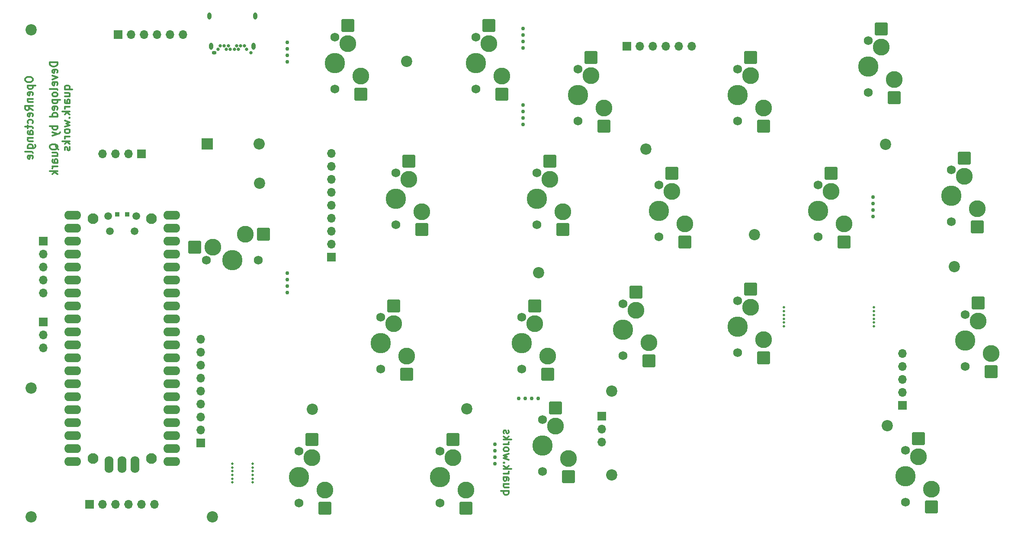
<source format=gbr>
%TF.GenerationSoftware,KiCad,Pcbnew,(6.0.7)*%
%TF.CreationDate,2023-01-06T18:10:21-06:00*%
%TF.ProjectId,OpenRectangle,4f70656e-5265-4637-9461-6e676c652e6b,rev?*%
%TF.SameCoordinates,Original*%
%TF.FileFunction,Soldermask,Bot*%
%TF.FilePolarity,Negative*%
%FSLAX46Y46*%
G04 Gerber Fmt 4.6, Leading zero omitted, Abs format (unit mm)*
G04 Created by KiCad (PCBNEW (6.0.7)) date 2023-01-06 18:10:21*
%MOMM*%
%LPD*%
G01*
G04 APERTURE LIST*
G04 Aperture macros list*
%AMRoundRect*
0 Rectangle with rounded corners*
0 $1 Rounding radius*
0 $2 $3 $4 $5 $6 $7 $8 $9 X,Y pos of 4 corners*
0 Add a 4 corners polygon primitive as box body*
4,1,4,$2,$3,$4,$5,$6,$7,$8,$9,$2,$3,0*
0 Add four circle primitives for the rounded corners*
1,1,$1+$1,$2,$3*
1,1,$1+$1,$4,$5*
1,1,$1+$1,$6,$7*
1,1,$1+$1,$8,$9*
0 Add four rect primitives between the rounded corners*
20,1,$1+$1,$2,$3,$4,$5,0*
20,1,$1+$1,$4,$5,$6,$7,0*
20,1,$1+$1,$6,$7,$8,$9,0*
20,1,$1+$1,$8,$9,$2,$3,0*%
G04 Aperture macros list end*
%ADD10C,0.300000*%
%ADD11C,0.500000*%
%ADD12C,0.750000*%
%ADD13C,2.200000*%
%ADD14R,1.700000X1.700000*%
%ADD15O,1.700000X1.700000*%
%ADD16C,2.100000*%
%ADD17C,1.500000*%
%ADD18O,3.327000X1.727000*%
%ADD19O,1.727000X3.327000*%
%ADD20RoundRect,0.063500X-0.400000X-0.400000X0.400000X-0.400000X0.400000X0.400000X-0.400000X0.400000X0*%
%ADD21R,2.200000X2.200000*%
%ADD22O,2.200000X2.200000*%
%ADD23C,0.650000*%
%ADD24O,0.950000X0.650000*%
%ADD25O,0.800000X1.400000*%
%ADD26C,1.750000*%
%ADD27C,3.987800*%
%ADD28C,3.300000*%
%ADD29RoundRect,0.250000X1.000000X-1.025000X1.000000X1.025000X-1.000000X1.025000X-1.000000X-1.025000X0*%
%ADD30RoundRect,0.250000X1.025000X1.000000X-1.025000X1.000000X-1.025000X-1.000000X1.025000X-1.000000X0*%
G04 APERTURE END LIST*
D10*
X252641428Y-119607142D02*
X251141428Y-119607142D01*
X251712857Y-119607142D02*
X251641428Y-119750000D01*
X251641428Y-120035714D01*
X251712857Y-120178571D01*
X251784285Y-120250000D01*
X251927142Y-120321428D01*
X252355714Y-120321428D01*
X252498571Y-120250000D01*
X252570000Y-120178571D01*
X252641428Y-120035714D01*
X252641428Y-119750000D01*
X252570000Y-119607142D01*
X252641428Y-118250000D02*
X251641428Y-118250000D01*
X252641428Y-118892857D02*
X251855714Y-118892857D01*
X251712857Y-118821428D01*
X251641428Y-118678571D01*
X251641428Y-118464285D01*
X251712857Y-118321428D01*
X251784285Y-118250000D01*
X251641428Y-116892857D02*
X252427142Y-116892857D01*
X252570000Y-116964285D01*
X252641428Y-117107142D01*
X252641428Y-117392857D01*
X252570000Y-117535714D01*
X251712857Y-116892857D02*
X251641428Y-117035714D01*
X251641428Y-117392857D01*
X251712857Y-117535714D01*
X251855714Y-117607142D01*
X251998571Y-117607142D01*
X252141428Y-117535714D01*
X252212857Y-117392857D01*
X252212857Y-117035714D01*
X252284285Y-116892857D01*
X251641428Y-116178571D02*
X252641428Y-116178571D01*
X252355714Y-116178571D02*
X252498571Y-116107142D01*
X252570000Y-116035714D01*
X252641428Y-115892857D01*
X252641428Y-115750000D01*
X251641428Y-115250000D02*
X253141428Y-115250000D01*
X252212857Y-115107142D02*
X251641428Y-114678571D01*
X252641428Y-114678571D02*
X252070000Y-115250000D01*
X251784285Y-114035714D02*
X251712857Y-113964285D01*
X251641428Y-114035714D01*
X251712857Y-114107142D01*
X251784285Y-114035714D01*
X251641428Y-114035714D01*
X252641428Y-113464285D02*
X251641428Y-113178571D01*
X252355714Y-112892857D01*
X251641428Y-112607142D01*
X252641428Y-112321428D01*
X251641428Y-111535714D02*
X251712857Y-111678571D01*
X251784285Y-111750000D01*
X251927142Y-111821428D01*
X252355714Y-111821428D01*
X252498571Y-111750000D01*
X252570000Y-111678571D01*
X252641428Y-111535714D01*
X252641428Y-111321428D01*
X252570000Y-111178571D01*
X252498571Y-111107142D01*
X252355714Y-111035714D01*
X251927142Y-111035714D01*
X251784285Y-111107142D01*
X251712857Y-111178571D01*
X251641428Y-111321428D01*
X251641428Y-111535714D01*
X251641428Y-110392857D02*
X252641428Y-110392857D01*
X252355714Y-110392857D02*
X252498571Y-110321428D01*
X252570000Y-110250000D01*
X252641428Y-110107142D01*
X252641428Y-109964285D01*
X251641428Y-109464285D02*
X253141428Y-109464285D01*
X252212857Y-109321428D02*
X251641428Y-108892857D01*
X252641428Y-108892857D02*
X252070000Y-109464285D01*
X251712857Y-108321428D02*
X251641428Y-108178571D01*
X251641428Y-107892857D01*
X251712857Y-107750000D01*
X251855714Y-107678571D01*
X251927142Y-107678571D01*
X252070000Y-107750000D01*
X252141428Y-107892857D01*
X252141428Y-108107142D01*
X252212857Y-108250000D01*
X252355714Y-108321428D01*
X252427142Y-108321428D01*
X252570000Y-108250000D01*
X252641428Y-108107142D01*
X252641428Y-107892857D01*
X252570000Y-107750000D01*
X158026071Y-38831428D02*
X158026071Y-39117142D01*
X158097500Y-39260000D01*
X158240357Y-39402857D01*
X158526071Y-39474285D01*
X159026071Y-39474285D01*
X159311785Y-39402857D01*
X159454642Y-39260000D01*
X159526071Y-39117142D01*
X159526071Y-38831428D01*
X159454642Y-38688571D01*
X159311785Y-38545714D01*
X159026071Y-38474285D01*
X158526071Y-38474285D01*
X158240357Y-38545714D01*
X158097500Y-38688571D01*
X158026071Y-38831428D01*
X158526071Y-40117142D02*
X160026071Y-40117142D01*
X158597500Y-40117142D02*
X158526071Y-40260000D01*
X158526071Y-40545714D01*
X158597500Y-40688571D01*
X158668928Y-40760000D01*
X158811785Y-40831428D01*
X159240357Y-40831428D01*
X159383214Y-40760000D01*
X159454642Y-40688571D01*
X159526071Y-40545714D01*
X159526071Y-40260000D01*
X159454642Y-40117142D01*
X159454642Y-42045714D02*
X159526071Y-41902857D01*
X159526071Y-41617142D01*
X159454642Y-41474285D01*
X159311785Y-41402857D01*
X158740357Y-41402857D01*
X158597500Y-41474285D01*
X158526071Y-41617142D01*
X158526071Y-41902857D01*
X158597500Y-42045714D01*
X158740357Y-42117142D01*
X158883214Y-42117142D01*
X159026071Y-41402857D01*
X158526071Y-42760000D02*
X159526071Y-42760000D01*
X158668928Y-42760000D02*
X158597500Y-42831428D01*
X158526071Y-42974285D01*
X158526071Y-43188571D01*
X158597500Y-43331428D01*
X158740357Y-43402857D01*
X159526071Y-43402857D01*
X159526071Y-44974285D02*
X158811785Y-44474285D01*
X159526071Y-44117142D02*
X158026071Y-44117142D01*
X158026071Y-44688571D01*
X158097500Y-44831428D01*
X158168928Y-44902857D01*
X158311785Y-44974285D01*
X158526071Y-44974285D01*
X158668928Y-44902857D01*
X158740357Y-44831428D01*
X158811785Y-44688571D01*
X158811785Y-44117142D01*
X159454642Y-46188571D02*
X159526071Y-46045714D01*
X159526071Y-45760000D01*
X159454642Y-45617142D01*
X159311785Y-45545714D01*
X158740357Y-45545714D01*
X158597500Y-45617142D01*
X158526071Y-45760000D01*
X158526071Y-46045714D01*
X158597500Y-46188571D01*
X158740357Y-46260000D01*
X158883214Y-46260000D01*
X159026071Y-45545714D01*
X159454642Y-47545714D02*
X159526071Y-47402857D01*
X159526071Y-47117142D01*
X159454642Y-46974285D01*
X159383214Y-46902857D01*
X159240357Y-46831428D01*
X158811785Y-46831428D01*
X158668928Y-46902857D01*
X158597500Y-46974285D01*
X158526071Y-47117142D01*
X158526071Y-47402857D01*
X158597500Y-47545714D01*
X158526071Y-47974285D02*
X158526071Y-48545714D01*
X158026071Y-48188571D02*
X159311785Y-48188571D01*
X159454642Y-48260000D01*
X159526071Y-48402857D01*
X159526071Y-48545714D01*
X159526071Y-49688571D02*
X158740357Y-49688571D01*
X158597500Y-49617142D01*
X158526071Y-49474285D01*
X158526071Y-49188571D01*
X158597500Y-49045714D01*
X159454642Y-49688571D02*
X159526071Y-49545714D01*
X159526071Y-49188571D01*
X159454642Y-49045714D01*
X159311785Y-48974285D01*
X159168928Y-48974285D01*
X159026071Y-49045714D01*
X158954642Y-49188571D01*
X158954642Y-49545714D01*
X158883214Y-49688571D01*
X158526071Y-50402857D02*
X159526071Y-50402857D01*
X158668928Y-50402857D02*
X158597500Y-50474285D01*
X158526071Y-50617142D01*
X158526071Y-50831428D01*
X158597500Y-50974285D01*
X158740357Y-51045714D01*
X159526071Y-51045714D01*
X158526071Y-52402857D02*
X159740357Y-52402857D01*
X159883214Y-52331428D01*
X159954642Y-52260000D01*
X160026071Y-52117142D01*
X160026071Y-51902857D01*
X159954642Y-51760000D01*
X159454642Y-52402857D02*
X159526071Y-52260000D01*
X159526071Y-51974285D01*
X159454642Y-51831428D01*
X159383214Y-51760000D01*
X159240357Y-51688571D01*
X158811785Y-51688571D01*
X158668928Y-51760000D01*
X158597500Y-51831428D01*
X158526071Y-51974285D01*
X158526071Y-52260000D01*
X158597500Y-52402857D01*
X159526071Y-53331428D02*
X159454642Y-53188571D01*
X159311785Y-53117142D01*
X158026071Y-53117142D01*
X159454642Y-54474285D02*
X159526071Y-54331428D01*
X159526071Y-54045714D01*
X159454642Y-53902857D01*
X159311785Y-53831428D01*
X158740357Y-53831428D01*
X158597500Y-53902857D01*
X158526071Y-54045714D01*
X158526071Y-54331428D01*
X158597500Y-54474285D01*
X158740357Y-54545714D01*
X158883214Y-54545714D01*
X159026071Y-53831428D01*
X164356071Y-35581428D02*
X162856071Y-35581428D01*
X162856071Y-35938571D01*
X162927500Y-36152857D01*
X163070357Y-36295714D01*
X163213214Y-36367142D01*
X163498928Y-36438571D01*
X163713214Y-36438571D01*
X163998928Y-36367142D01*
X164141785Y-36295714D01*
X164284642Y-36152857D01*
X164356071Y-35938571D01*
X164356071Y-35581428D01*
X164284642Y-37652857D02*
X164356071Y-37510000D01*
X164356071Y-37224285D01*
X164284642Y-37081428D01*
X164141785Y-37010000D01*
X163570357Y-37010000D01*
X163427500Y-37081428D01*
X163356071Y-37224285D01*
X163356071Y-37510000D01*
X163427500Y-37652857D01*
X163570357Y-37724285D01*
X163713214Y-37724285D01*
X163856071Y-37010000D01*
X163356071Y-38224285D02*
X164356071Y-38581428D01*
X163356071Y-38938571D01*
X164284642Y-40081428D02*
X164356071Y-39938571D01*
X164356071Y-39652857D01*
X164284642Y-39510000D01*
X164141785Y-39438571D01*
X163570357Y-39438571D01*
X163427500Y-39510000D01*
X163356071Y-39652857D01*
X163356071Y-39938571D01*
X163427500Y-40081428D01*
X163570357Y-40152857D01*
X163713214Y-40152857D01*
X163856071Y-39438571D01*
X164356071Y-41010000D02*
X164284642Y-40867142D01*
X164141785Y-40795714D01*
X162856071Y-40795714D01*
X164356071Y-41795714D02*
X164284642Y-41652857D01*
X164213214Y-41581428D01*
X164070357Y-41510000D01*
X163641785Y-41510000D01*
X163498928Y-41581428D01*
X163427500Y-41652857D01*
X163356071Y-41795714D01*
X163356071Y-42010000D01*
X163427500Y-42152857D01*
X163498928Y-42224285D01*
X163641785Y-42295714D01*
X164070357Y-42295714D01*
X164213214Y-42224285D01*
X164284642Y-42152857D01*
X164356071Y-42010000D01*
X164356071Y-41795714D01*
X163356071Y-42938571D02*
X164856071Y-42938571D01*
X163427500Y-42938571D02*
X163356071Y-43081428D01*
X163356071Y-43367142D01*
X163427500Y-43510000D01*
X163498928Y-43581428D01*
X163641785Y-43652857D01*
X164070357Y-43652857D01*
X164213214Y-43581428D01*
X164284642Y-43510000D01*
X164356071Y-43367142D01*
X164356071Y-43081428D01*
X164284642Y-42938571D01*
X164284642Y-44867142D02*
X164356071Y-44724285D01*
X164356071Y-44438571D01*
X164284642Y-44295714D01*
X164141785Y-44224285D01*
X163570357Y-44224285D01*
X163427500Y-44295714D01*
X163356071Y-44438571D01*
X163356071Y-44724285D01*
X163427500Y-44867142D01*
X163570357Y-44938571D01*
X163713214Y-44938571D01*
X163856071Y-44224285D01*
X164356071Y-46224285D02*
X162856071Y-46224285D01*
X164284642Y-46224285D02*
X164356071Y-46081428D01*
X164356071Y-45795714D01*
X164284642Y-45652857D01*
X164213214Y-45581428D01*
X164070357Y-45510000D01*
X163641785Y-45510000D01*
X163498928Y-45581428D01*
X163427500Y-45652857D01*
X163356071Y-45795714D01*
X163356071Y-46081428D01*
X163427500Y-46224285D01*
X164356071Y-48081428D02*
X162856071Y-48081428D01*
X163427500Y-48081428D02*
X163356071Y-48224285D01*
X163356071Y-48510000D01*
X163427500Y-48652857D01*
X163498928Y-48724285D01*
X163641785Y-48795714D01*
X164070357Y-48795714D01*
X164213214Y-48724285D01*
X164284642Y-48652857D01*
X164356071Y-48510000D01*
X164356071Y-48224285D01*
X164284642Y-48081428D01*
X163356071Y-49295714D02*
X164356071Y-49652857D01*
X163356071Y-50010000D02*
X164356071Y-49652857D01*
X164713214Y-49510000D01*
X164784642Y-49438571D01*
X164856071Y-49295714D01*
X164498928Y-52724285D02*
X164427500Y-52581428D01*
X164284642Y-52438571D01*
X164070357Y-52224285D01*
X163998928Y-52081428D01*
X163998928Y-51938571D01*
X164356071Y-52010000D02*
X164284642Y-51867142D01*
X164141785Y-51724285D01*
X163856071Y-51652857D01*
X163356071Y-51652857D01*
X163070357Y-51724285D01*
X162927500Y-51867142D01*
X162856071Y-52010000D01*
X162856071Y-52295714D01*
X162927500Y-52438571D01*
X163070357Y-52581428D01*
X163356071Y-52652857D01*
X163856071Y-52652857D01*
X164141785Y-52581428D01*
X164284642Y-52438571D01*
X164356071Y-52295714D01*
X164356071Y-52010000D01*
X163356071Y-53938571D02*
X164356071Y-53938571D01*
X163356071Y-53295714D02*
X164141785Y-53295714D01*
X164284642Y-53367142D01*
X164356071Y-53510000D01*
X164356071Y-53724285D01*
X164284642Y-53867142D01*
X164213214Y-53938571D01*
X164356071Y-55295714D02*
X163570357Y-55295714D01*
X163427500Y-55224285D01*
X163356071Y-55081428D01*
X163356071Y-54795714D01*
X163427500Y-54652857D01*
X164284642Y-55295714D02*
X164356071Y-55152857D01*
X164356071Y-54795714D01*
X164284642Y-54652857D01*
X164141785Y-54581428D01*
X163998928Y-54581428D01*
X163856071Y-54652857D01*
X163784642Y-54795714D01*
X163784642Y-55152857D01*
X163713214Y-55295714D01*
X164356071Y-56010000D02*
X163356071Y-56010000D01*
X163641785Y-56010000D02*
X163498928Y-56081428D01*
X163427500Y-56152857D01*
X163356071Y-56295714D01*
X163356071Y-56438571D01*
X164356071Y-56938571D02*
X162856071Y-56938571D01*
X163784642Y-57081428D02*
X164356071Y-57510000D01*
X163356071Y-57510000D02*
X163927500Y-56938571D01*
X165771071Y-40902857D02*
X167271071Y-40902857D01*
X166699642Y-40902857D02*
X166771071Y-40760000D01*
X166771071Y-40474285D01*
X166699642Y-40331428D01*
X166628214Y-40260000D01*
X166485357Y-40188571D01*
X166056785Y-40188571D01*
X165913928Y-40260000D01*
X165842500Y-40331428D01*
X165771071Y-40474285D01*
X165771071Y-40760000D01*
X165842500Y-40902857D01*
X165771071Y-42260000D02*
X166771071Y-42260000D01*
X165771071Y-41617142D02*
X166556785Y-41617142D01*
X166699642Y-41688571D01*
X166771071Y-41831428D01*
X166771071Y-42045714D01*
X166699642Y-42188571D01*
X166628214Y-42260000D01*
X166771071Y-43617142D02*
X165985357Y-43617142D01*
X165842500Y-43545714D01*
X165771071Y-43402857D01*
X165771071Y-43117142D01*
X165842500Y-42974285D01*
X166699642Y-43617142D02*
X166771071Y-43474285D01*
X166771071Y-43117142D01*
X166699642Y-42974285D01*
X166556785Y-42902857D01*
X166413928Y-42902857D01*
X166271071Y-42974285D01*
X166199642Y-43117142D01*
X166199642Y-43474285D01*
X166128214Y-43617142D01*
X166771071Y-44331428D02*
X165771071Y-44331428D01*
X166056785Y-44331428D02*
X165913928Y-44402857D01*
X165842500Y-44474285D01*
X165771071Y-44617142D01*
X165771071Y-44760000D01*
X166771071Y-45260000D02*
X165271071Y-45260000D01*
X166199642Y-45402857D02*
X166771071Y-45831428D01*
X165771071Y-45831428D02*
X166342500Y-45260000D01*
X166628214Y-46474285D02*
X166699642Y-46545714D01*
X166771071Y-46474285D01*
X166699642Y-46402857D01*
X166628214Y-46474285D01*
X166771071Y-46474285D01*
X165771071Y-47045714D02*
X166771071Y-47331428D01*
X166056785Y-47617142D01*
X166771071Y-47902857D01*
X165771071Y-48188571D01*
X166771071Y-48974285D02*
X166699642Y-48831428D01*
X166628214Y-48760000D01*
X166485357Y-48688571D01*
X166056785Y-48688571D01*
X165913928Y-48760000D01*
X165842500Y-48831428D01*
X165771071Y-48974285D01*
X165771071Y-49188571D01*
X165842500Y-49331428D01*
X165913928Y-49402857D01*
X166056785Y-49474285D01*
X166485357Y-49474285D01*
X166628214Y-49402857D01*
X166699642Y-49331428D01*
X166771071Y-49188571D01*
X166771071Y-48974285D01*
X166771071Y-50117142D02*
X165771071Y-50117142D01*
X166056785Y-50117142D02*
X165913928Y-50188571D01*
X165842500Y-50260000D01*
X165771071Y-50402857D01*
X165771071Y-50545714D01*
X166771071Y-51045714D02*
X165271071Y-51045714D01*
X166199642Y-51188571D02*
X166771071Y-51617142D01*
X165771071Y-51617142D02*
X166342500Y-51045714D01*
X166699642Y-52188571D02*
X166771071Y-52331428D01*
X166771071Y-52617142D01*
X166699642Y-52760000D01*
X166556785Y-52831428D01*
X166485357Y-52831428D01*
X166342500Y-52760000D01*
X166271071Y-52617142D01*
X166271071Y-52402857D01*
X166199642Y-52260000D01*
X166056785Y-52188571D01*
X165985357Y-52188571D01*
X165842500Y-52260000D01*
X165771071Y-52402857D01*
X165771071Y-52617142D01*
X165842500Y-52760000D01*
D11*
%TO.C,REF\u002A\u002A*%
X306530000Y-86590000D03*
X306530000Y-87330000D03*
X306530000Y-83630000D03*
X306530000Y-85850000D03*
X306530000Y-84370000D03*
X306530000Y-85110000D03*
%TD*%
%TO.C,REF\u002A\u002A*%
X324090000Y-84370000D03*
X324090000Y-83630000D03*
X324090000Y-87330000D03*
X324090000Y-85110000D03*
X324090000Y-86590000D03*
X324090000Y-85850000D03*
%TD*%
D12*
%TO.C,REF\u002A\u002A*%
X249980000Y-110425000D03*
X249980000Y-112965000D03*
X249980000Y-111695000D03*
X249980000Y-114235000D03*
%TD*%
%TO.C,REF\u002A\u002A*%
X258445000Y-101440000D03*
X255905000Y-101440000D03*
X257175000Y-101440000D03*
X254635000Y-101440000D03*
%TD*%
%TO.C,REF\u002A\u002A*%
X255480000Y-47805000D03*
X255480000Y-45265000D03*
X255480000Y-46535000D03*
X255480000Y-43995000D03*
%TD*%
%TO.C,REF\u002A\u002A*%
X255480000Y-32785000D03*
X255480000Y-30245000D03*
X255480000Y-31515000D03*
X255480000Y-28975000D03*
%TD*%
%TO.C,REF\u002A\u002A*%
X323980000Y-61965000D03*
X323980000Y-64505000D03*
X323980000Y-63235000D03*
X323980000Y-65775000D03*
%TD*%
D11*
%TO.C,REF\u002A\u002A*%
X198550000Y-115700000D03*
X198550000Y-114960000D03*
X198550000Y-116440000D03*
X198550000Y-114220000D03*
X198550000Y-117920000D03*
X198550000Y-117180000D03*
%TD*%
%TO.C,REF\u002A\u002A*%
X202560000Y-117180000D03*
X202560000Y-117920000D03*
X202560000Y-114220000D03*
X202560000Y-116440000D03*
X202560000Y-114960000D03*
X202560000Y-115700000D03*
%TD*%
D12*
%TO.C,REF\u002A\u002A*%
X209340000Y-76875000D03*
X209340000Y-79415000D03*
X209340000Y-78145000D03*
X209340000Y-80685000D03*
%TD*%
%TO.C,REF\u002A\u002A*%
X209340000Y-34265000D03*
X209340000Y-31725000D03*
X209340000Y-35535000D03*
X209340000Y-32995000D03*
%TD*%
D13*
%TO.C,H16*%
X203879700Y-59330000D03*
%TD*%
%TO.C,H7*%
X279552268Y-52610461D03*
%TD*%
%TO.C,H15*%
X159240100Y-29196900D03*
%TD*%
%TO.C,H2*%
X339920000Y-75595786D03*
%TD*%
%TO.C,H1*%
X326450000Y-51705786D03*
%TD*%
%TO.C,H13*%
X159240000Y-124609900D03*
%TD*%
%TO.C,H3*%
X326720000Y-106745786D03*
%TD*%
D14*
%TO.C,J9*%
X161610000Y-70670000D03*
D15*
X161610000Y-73210000D03*
X161610000Y-75750000D03*
X161610000Y-78290000D03*
X161610000Y-80830000D03*
%TD*%
D13*
%TO.C,H8*%
X232668834Y-35441260D03*
%TD*%
%TO.C,H11*%
X214248834Y-103571260D03*
%TD*%
%TO.C,H10*%
X244478834Y-103461260D03*
%TD*%
D16*
%TO.C,J8*%
X182706250Y-66193750D03*
D17*
X174281250Y-65693750D03*
X179431250Y-68723750D03*
D16*
X182706250Y-113193750D03*
D17*
X174581250Y-68723750D03*
D16*
X171306250Y-66193750D03*
D17*
X179731250Y-65693750D03*
D16*
X171306250Y-113193750D03*
D18*
X186696250Y-75723750D03*
X186696250Y-73183750D03*
X186696250Y-78263750D03*
X186696250Y-83343750D03*
X167316250Y-70643750D03*
X167316250Y-83343750D03*
X167316250Y-96043750D03*
X167316250Y-108743750D03*
D19*
X177006250Y-114393750D03*
D18*
X186696250Y-108743750D03*
X186696250Y-96043750D03*
X186696250Y-70643750D03*
X167316250Y-65563750D03*
X167316250Y-68103750D03*
X167316250Y-73183750D03*
X167316250Y-75723750D03*
X167316250Y-78263750D03*
X167316250Y-80803750D03*
X167316250Y-85883750D03*
X167316250Y-88423750D03*
X167316250Y-90963750D03*
X167316250Y-93503750D03*
X167316250Y-98583750D03*
X167316250Y-101123750D03*
X167316250Y-103663750D03*
X167316250Y-106203750D03*
X167316250Y-111283750D03*
X167316250Y-113823750D03*
X186696250Y-113823750D03*
X186696250Y-111283750D03*
X186696250Y-106203750D03*
X186696250Y-103663750D03*
X186696250Y-101123750D03*
X186696250Y-98583750D03*
X186696250Y-93503750D03*
X186696250Y-88423750D03*
X186696250Y-85883750D03*
X186696250Y-80803750D03*
X186696250Y-90963750D03*
D19*
X174466250Y-114393750D03*
X179546250Y-114393750D03*
D20*
X178006250Y-65393750D03*
X176006250Y-65393750D03*
D18*
X186696250Y-65563750D03*
X186696250Y-68103750D03*
%TD*%
D14*
%TO.C,J1*%
X329710000Y-102845786D03*
D15*
X329710000Y-100305786D03*
X329710000Y-97765786D03*
X329710000Y-95225786D03*
X329710000Y-92685786D03*
%TD*%
D13*
%TO.C,H9*%
X258508834Y-76851260D03*
%TD*%
%TO.C,H6*%
X300732268Y-69380461D03*
%TD*%
D14*
%TO.C,J3*%
X270846866Y-104922348D03*
D15*
X270846866Y-107462348D03*
X270846866Y-110002348D03*
%TD*%
D21*
%TO.C,D1*%
X193675000Y-51593750D03*
D22*
X203835000Y-51593750D03*
%TD*%
D13*
%TO.C,H5*%
X272806866Y-116397348D03*
%TD*%
D14*
%TO.C,J6*%
X180806250Y-53510000D03*
D15*
X178266250Y-53510000D03*
X175726250Y-53510000D03*
X173186250Y-53510000D03*
%TD*%
D13*
%TO.C,H4*%
X272806866Y-99977348D03*
%TD*%
%TO.C,H14*%
X194683100Y-124609900D03*
%TD*%
D14*
%TO.C,J12*%
X192390000Y-110190000D03*
D15*
X192390000Y-107650000D03*
X192390000Y-105110000D03*
X192390000Y-102570000D03*
X192390000Y-100030000D03*
X192390000Y-97490000D03*
X192390000Y-94950000D03*
X192390000Y-92410000D03*
X192390000Y-89870000D03*
%TD*%
D14*
%TO.C,J11*%
X170600000Y-122230000D03*
D15*
X173140000Y-122230000D03*
X175680000Y-122230000D03*
X178220000Y-122230000D03*
X180760000Y-122230000D03*
X183300000Y-122230000D03*
%TD*%
D14*
%TO.C,J5*%
X176212500Y-30162500D03*
D15*
X178752500Y-30162500D03*
X181292500Y-30162500D03*
X183832500Y-30162500D03*
X186372500Y-30162500D03*
X188912500Y-30162500D03*
%TD*%
D14*
%TO.C,J10*%
X161610000Y-86500000D03*
D15*
X161610000Y-89040000D03*
X161610000Y-91580000D03*
%TD*%
D14*
%TO.C,J4*%
X275767268Y-32445461D03*
D15*
X278307268Y-32445461D03*
X280847268Y-32445461D03*
X283387268Y-32445461D03*
X285927268Y-32445461D03*
X288467268Y-32445461D03*
%TD*%
D13*
%TO.C,H12*%
X159240000Y-99450000D03*
%TD*%
D23*
%TO.C,J7*%
X202178500Y-33728750D03*
D24*
X194978500Y-33728750D03*
D23*
X195778500Y-33078750D03*
X196178500Y-32378750D03*
X196978500Y-32378750D03*
X197378500Y-33078750D03*
X197778500Y-32378750D03*
X198178500Y-33078750D03*
X198978500Y-33078750D03*
X199378500Y-32378750D03*
X199778500Y-33078750D03*
X200178500Y-32378750D03*
X200978500Y-32378750D03*
X201378500Y-33078750D03*
D25*
X194088500Y-26528750D03*
X203068500Y-26528750D03*
X202708500Y-32478750D03*
X194448500Y-32478750D03*
%TD*%
D14*
%TO.C,J2*%
X217968834Y-73801260D03*
D15*
X217968834Y-71261260D03*
X217968834Y-68721260D03*
X217968834Y-66181260D03*
X217968834Y-63641260D03*
X217968834Y-61101260D03*
X217968834Y-58561260D03*
X217968834Y-56021260D03*
X217968834Y-53481260D03*
%TD*%
D26*
%TO.C,SW2*%
X258210968Y-67379760D03*
D27*
X258210968Y-62299760D03*
D26*
X258210968Y-57219760D03*
D28*
X260750968Y-58489760D03*
D29*
X260750968Y-54939760D03*
X263290968Y-68389760D03*
D28*
X263290968Y-64839760D03*
%TD*%
D27*
%TO.C,SW18*%
X266254402Y-42028961D03*
D26*
X266254402Y-47108961D03*
X266254402Y-36948961D03*
D28*
X268794402Y-38218961D03*
D29*
X268794402Y-34668961D03*
D28*
X271334402Y-44568961D03*
D29*
X271334402Y-48118961D03*
%TD*%
D26*
%TO.C,SW10*%
X218605968Y-40861760D03*
D27*
X218605968Y-35781760D03*
D26*
X218605968Y-30701760D03*
D29*
X221145968Y-28421760D03*
D28*
X221145968Y-31971760D03*
D29*
X223685968Y-41871760D03*
D28*
X223685968Y-38321760D03*
%TD*%
D26*
%TO.C,SW13*%
X211589968Y-121957760D03*
X211589968Y-111797760D03*
D27*
X211589968Y-116877760D03*
D28*
X214129968Y-113067760D03*
D29*
X214129968Y-109517760D03*
D28*
X216669968Y-119417760D03*
D29*
X216669968Y-122967760D03*
%TD*%
D26*
%TO.C,SW14*%
X275009000Y-93102848D03*
D27*
X275009000Y-88022848D03*
D26*
X275009000Y-82942848D03*
D28*
X277549000Y-84212848D03*
D29*
X277549000Y-80662848D03*
D28*
X280089000Y-90562848D03*
D29*
X280089000Y-94112848D03*
%TD*%
D26*
%TO.C,SW16*%
X297439402Y-36948961D03*
X297439402Y-47108961D03*
D27*
X297439402Y-42028961D03*
D29*
X299979402Y-34668961D03*
D28*
X299979402Y-38218961D03*
X302519402Y-44568961D03*
D29*
X302519402Y-48118961D03*
%TD*%
D26*
%TO.C,SW11*%
X230600968Y-57219760D03*
X230600968Y-67379760D03*
D27*
X230600968Y-62299760D03*
D29*
X233140968Y-54939760D03*
D28*
X233140968Y-58489760D03*
D29*
X235680968Y-68389760D03*
D28*
X235680968Y-64839760D03*
%TD*%
D27*
%TO.C,SW17*%
X313209402Y-64715961D03*
D26*
X313209402Y-69795961D03*
X313209402Y-59635961D03*
D29*
X315749402Y-57355961D03*
D28*
X315749402Y-60905961D03*
D29*
X318289402Y-70805961D03*
D28*
X318289402Y-67255961D03*
%TD*%
D26*
%TO.C,SW3*%
X255235968Y-95734760D03*
X255235968Y-85574760D03*
D27*
X255235968Y-90654760D03*
D28*
X257775968Y-86844760D03*
D29*
X257775968Y-83294760D03*
D28*
X260315968Y-93194760D03*
D29*
X260315968Y-96744760D03*
%TD*%
D26*
%TO.C,SW19*%
X282024402Y-59635961D03*
X282024402Y-69795961D03*
D27*
X282024402Y-64715961D03*
D28*
X284564402Y-60905961D03*
D29*
X284564402Y-57355961D03*
X287104402Y-70805961D03*
D28*
X287104402Y-67255961D03*
%TD*%
D26*
%TO.C,SW6*%
X323007134Y-31364286D03*
X323007134Y-41524286D03*
D27*
X323007134Y-36444286D03*
D29*
X325547134Y-29084286D03*
D28*
X325547134Y-32634286D03*
X328087134Y-38984286D03*
D29*
X328087134Y-42534286D03*
%TD*%
D26*
%TO.C,SW7*%
X339310134Y-66804286D03*
X339310134Y-56644286D03*
D27*
X339310134Y-61724286D03*
D28*
X341850134Y-57914286D03*
D29*
X341850134Y-54364286D03*
X344390134Y-67814286D03*
D28*
X344390134Y-64264286D03*
%TD*%
D26*
%TO.C,SW15*%
X259240000Y-115790848D03*
X259240000Y-105630848D03*
D27*
X259240000Y-110710848D03*
D29*
X261780000Y-103350848D03*
D28*
X261780000Y-106900848D03*
D29*
X264320000Y-116800848D03*
D28*
X264320000Y-113250848D03*
%TD*%
D27*
%TO.C,SW8*%
X342036134Y-90080286D03*
D26*
X342036134Y-95160286D03*
X342036134Y-85000286D03*
D29*
X344576134Y-82720286D03*
D28*
X344576134Y-86270286D03*
X347116134Y-92620286D03*
D29*
X347116134Y-96170286D03*
%TD*%
D26*
%TO.C,SW1*%
X246214968Y-40861760D03*
X246214968Y-30701760D03*
D27*
X246214968Y-35781760D03*
D29*
X248754968Y-28421760D03*
D28*
X248754968Y-31971760D03*
X251294968Y-38321760D03*
D29*
X251294968Y-41871760D03*
%TD*%
D26*
%TO.C,SW4*%
X239199968Y-121957760D03*
D27*
X239199968Y-116877760D03*
D26*
X239199968Y-111797760D03*
D29*
X241739968Y-109517760D03*
D28*
X241739968Y-113067760D03*
X244279968Y-119417760D03*
D29*
X244279968Y-122967760D03*
%TD*%
D26*
%TO.C,SW20*%
X297439402Y-82292961D03*
D27*
X297439402Y-87372961D03*
D26*
X297439402Y-92452961D03*
D28*
X299979402Y-83562961D03*
D29*
X299979402Y-80012961D03*
D28*
X302519402Y-89912961D03*
D29*
X302519402Y-93462961D03*
%TD*%
D27*
%TO.C,SW12*%
X227625968Y-90654760D03*
D26*
X227625968Y-85574760D03*
X227625968Y-95734760D03*
D28*
X230165968Y-86844760D03*
D29*
X230165968Y-83294760D03*
D28*
X232705968Y-93194760D03*
D29*
X232705968Y-96744760D03*
%TD*%
D26*
%TO.C,SW9*%
X330273134Y-111572286D03*
D27*
X330273134Y-116652286D03*
D26*
X330273134Y-121732286D03*
D29*
X332813134Y-109292286D03*
D28*
X332813134Y-112842286D03*
D29*
X335353134Y-122742286D03*
D28*
X335353134Y-119192286D03*
%TD*%
D27*
%TO.C,SW5*%
X198578500Y-74326866D03*
D26*
X203658500Y-74326866D03*
X193498500Y-74326866D03*
D30*
X191218500Y-71786866D03*
D28*
X194768500Y-71786866D03*
D30*
X204668500Y-69246866D03*
D28*
X201118500Y-69246866D03*
%TD*%
M02*

</source>
